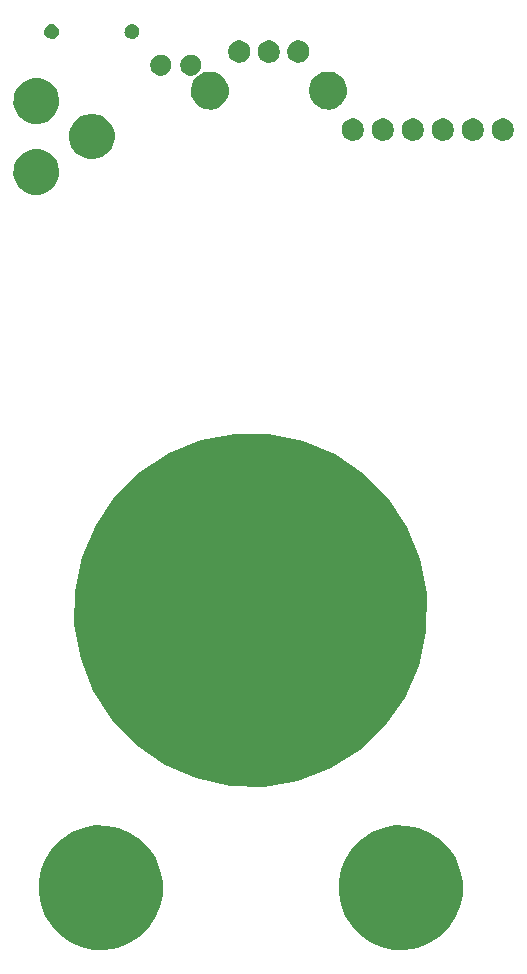
<source format=gbs>
G04 (created by PCBNEW (2013-07-07 BZR 4022)-stable) date 1/16/2014 1:42:04 PM*
%MOIN*%
G04 Gerber Fmt 3.4, Leading zero omitted, Abs format*
%FSLAX34Y34*%
G01*
G70*
G90*
G04 APERTURE LIST*
%ADD10C,0.006*%
G04 APERTURE END LIST*
G54D10*
G36*
X2609Y30814D02*
X2608Y30763D01*
X2596Y30711D01*
X2578Y30672D01*
X2547Y30628D01*
X2516Y30598D01*
X2471Y30569D01*
X2430Y30553D01*
X2377Y30544D01*
X2334Y30545D01*
X2281Y30557D01*
X2242Y30574D01*
X2198Y30605D01*
X2168Y30636D01*
X2138Y30681D01*
X2123Y30721D01*
X2113Y30774D01*
X2113Y30817D01*
X2125Y30870D01*
X2142Y30909D01*
X2172Y30954D01*
X2203Y30984D01*
X2248Y31014D01*
X2288Y31030D01*
X2342Y31040D01*
X2384Y31040D01*
X2438Y31029D01*
X2476Y31012D01*
X2522Y30982D01*
X2552Y30952D01*
X2582Y30906D01*
X2598Y30867D01*
X2609Y30814D01*
X2609Y30814D01*
G37*
G36*
X2609Y28543D02*
X2606Y28377D01*
X2572Y28227D01*
X2514Y28096D01*
X2425Y27970D01*
X2321Y27871D01*
X2191Y27788D01*
X2057Y27737D01*
X1905Y27710D01*
X1761Y27713D01*
X1611Y27746D01*
X1479Y27803D01*
X1352Y27891D01*
X1253Y27994D01*
X1169Y28124D01*
X1117Y28258D01*
X1089Y28410D01*
X1091Y28553D01*
X1123Y28704D01*
X1179Y28836D01*
X1267Y28963D01*
X1369Y29063D01*
X1498Y29148D01*
X1631Y29202D01*
X1783Y29231D01*
X1926Y29230D01*
X2078Y29198D01*
X2209Y29143D01*
X2338Y29056D01*
X2438Y28955D01*
X2524Y28826D01*
X2579Y28694D01*
X2609Y28543D01*
X2609Y28543D01*
G37*
G36*
X2609Y26180D02*
X2606Y26015D01*
X2572Y25865D01*
X2514Y25734D01*
X2425Y25608D01*
X2321Y25509D01*
X2191Y25426D01*
X2057Y25374D01*
X1905Y25348D01*
X1761Y25351D01*
X1611Y25384D01*
X1479Y25441D01*
X1352Y25529D01*
X1253Y25632D01*
X1169Y25762D01*
X1117Y25895D01*
X1089Y26048D01*
X1091Y26191D01*
X1123Y26342D01*
X1179Y26473D01*
X1267Y26601D01*
X1369Y26701D01*
X1498Y26786D01*
X1631Y26839D01*
X1783Y26869D01*
X1926Y26868D01*
X2078Y26836D01*
X2209Y26781D01*
X2338Y26694D01*
X2438Y26593D01*
X2524Y26464D01*
X2579Y26332D01*
X2609Y26180D01*
X2609Y26180D01*
G37*
G36*
X4459Y27361D02*
X4457Y27196D01*
X4423Y27046D01*
X4364Y26915D01*
X4275Y26789D01*
X4171Y26690D01*
X4041Y26607D01*
X3907Y26555D01*
X3755Y26529D01*
X3612Y26532D01*
X3461Y26565D01*
X3330Y26622D01*
X3203Y26710D01*
X3103Y26813D01*
X3020Y26943D01*
X2967Y27076D01*
X2939Y27229D01*
X2941Y27372D01*
X2973Y27523D01*
X3029Y27654D01*
X3117Y27782D01*
X3219Y27882D01*
X3349Y27967D01*
X3481Y28021D01*
X3634Y28050D01*
X3776Y28049D01*
X3928Y28017D01*
X4060Y27962D01*
X4188Y27875D01*
X4289Y27774D01*
X4375Y27645D01*
X4429Y27513D01*
X4459Y27361D01*
X4459Y27361D01*
G37*
G36*
X5286Y30814D02*
X5285Y30763D01*
X5273Y30711D01*
X5256Y30672D01*
X5225Y30628D01*
X5193Y30598D01*
X5148Y30569D01*
X5108Y30553D01*
X5054Y30544D01*
X5011Y30545D01*
X4959Y30557D01*
X4919Y30574D01*
X4875Y30605D01*
X4845Y30636D01*
X4816Y30681D01*
X4800Y30721D01*
X4790Y30774D01*
X4791Y30817D01*
X4802Y30870D01*
X4819Y30909D01*
X4850Y30954D01*
X4880Y30984D01*
X4926Y31014D01*
X4965Y31030D01*
X5019Y31040D01*
X5061Y31040D01*
X5115Y31029D01*
X5153Y31012D01*
X5199Y30982D01*
X5229Y30952D01*
X5259Y30906D01*
X5275Y30867D01*
X5286Y30814D01*
X5286Y30814D01*
G37*
G36*
X6070Y2450D02*
X6064Y1991D01*
X5973Y1590D01*
X5810Y1224D01*
X5573Y888D01*
X5282Y612D01*
X4935Y391D01*
X4561Y247D01*
X4156Y175D01*
X3756Y184D01*
X3354Y272D01*
X2987Y432D01*
X2649Y667D01*
X2371Y955D01*
X2148Y1301D01*
X2001Y1673D01*
X1926Y2078D01*
X1932Y2478D01*
X2017Y2881D01*
X2175Y3249D01*
X2408Y3589D01*
X2694Y3869D01*
X3038Y4095D01*
X3409Y4244D01*
X3814Y4322D01*
X4214Y4319D01*
X4618Y4236D01*
X4986Y4081D01*
X5328Y3850D01*
X5610Y3567D01*
X5838Y3223D01*
X5990Y2854D01*
X6070Y2450D01*
X6070Y2450D01*
G37*
G36*
X6350Y29701D02*
X6349Y29628D01*
X6333Y29556D01*
X6307Y29498D01*
X6264Y29438D01*
X6218Y29394D01*
X6156Y29354D01*
X6097Y29331D01*
X6024Y29318D01*
X5961Y29320D01*
X5888Y29336D01*
X5830Y29361D01*
X5769Y29403D01*
X5725Y29449D01*
X5685Y29511D01*
X5662Y29570D01*
X5648Y29643D01*
X5649Y29706D01*
X5665Y29779D01*
X5690Y29836D01*
X5732Y29898D01*
X5777Y29942D01*
X5839Y29983D01*
X5897Y30006D01*
X5971Y30020D01*
X6033Y30020D01*
X6107Y30005D01*
X6164Y29981D01*
X6226Y29939D01*
X6270Y29895D01*
X6312Y29832D01*
X6336Y29774D01*
X6350Y29701D01*
X6350Y29701D01*
G37*
G36*
X7350Y29701D02*
X7349Y29628D01*
X7333Y29556D01*
X7307Y29498D01*
X7264Y29438D01*
X7218Y29394D01*
X7156Y29354D01*
X7097Y29331D01*
X7024Y29318D01*
X6961Y29320D01*
X6888Y29336D01*
X6830Y29361D01*
X6769Y29403D01*
X6725Y29449D01*
X6685Y29511D01*
X6662Y29570D01*
X6648Y29643D01*
X6649Y29706D01*
X6665Y29779D01*
X6690Y29836D01*
X6732Y29898D01*
X6777Y29942D01*
X6839Y29983D01*
X6897Y30006D01*
X6971Y30020D01*
X7033Y30020D01*
X7107Y30005D01*
X7164Y29981D01*
X7226Y29939D01*
X7270Y29895D01*
X7312Y29832D01*
X7336Y29774D01*
X7350Y29701D01*
X7350Y29701D01*
G37*
G36*
X8260Y28879D02*
X8258Y28743D01*
X8230Y28617D01*
X8181Y28509D01*
X8107Y28404D01*
X8021Y28322D01*
X7913Y28253D01*
X7802Y28210D01*
X7675Y28188D01*
X7557Y28190D01*
X7431Y28218D01*
X7323Y28265D01*
X7217Y28339D01*
X7135Y28424D01*
X7065Y28533D01*
X7021Y28642D01*
X6998Y28769D01*
X7000Y28887D01*
X7027Y29014D01*
X7073Y29122D01*
X7146Y29229D01*
X7230Y29311D01*
X7339Y29382D01*
X7448Y29426D01*
X7575Y29451D01*
X7693Y29450D01*
X7820Y29424D01*
X7928Y29378D01*
X8036Y29305D01*
X8118Y29222D01*
X8190Y29114D01*
X8235Y29006D01*
X8260Y28879D01*
X8260Y28879D01*
G37*
G36*
X8985Y30153D02*
X8984Y30075D01*
X8967Y30000D01*
X8939Y29938D01*
X8894Y29874D01*
X8846Y29828D01*
X8780Y29786D01*
X8717Y29762D01*
X8640Y29748D01*
X8573Y29750D01*
X8497Y29766D01*
X8435Y29793D01*
X8371Y29838D01*
X8325Y29886D01*
X8282Y29952D01*
X8258Y30014D01*
X8243Y30091D01*
X8244Y30158D01*
X8261Y30235D01*
X8287Y30296D01*
X8331Y30361D01*
X8379Y30408D01*
X8445Y30451D01*
X8506Y30476D01*
X8584Y30490D01*
X8650Y30490D01*
X8728Y30474D01*
X8789Y30448D01*
X8854Y30404D01*
X8901Y30357D01*
X8945Y30291D01*
X8970Y30230D01*
X8985Y30153D01*
X8985Y30153D01*
G37*
G36*
X9970Y30153D02*
X9969Y30075D01*
X9952Y30000D01*
X9924Y29938D01*
X9879Y29874D01*
X9831Y29828D01*
X9765Y29786D01*
X9702Y29762D01*
X9625Y29748D01*
X9558Y29750D01*
X9482Y29766D01*
X9420Y29793D01*
X9356Y29838D01*
X9310Y29886D01*
X9267Y29952D01*
X9243Y30014D01*
X9228Y30091D01*
X9229Y30158D01*
X9246Y30235D01*
X9272Y30296D01*
X9316Y30361D01*
X9364Y30408D01*
X9430Y30451D01*
X9491Y30476D01*
X9569Y30490D01*
X9635Y30490D01*
X9713Y30474D01*
X9774Y30448D01*
X9839Y30404D01*
X9886Y30357D01*
X9930Y30291D01*
X9955Y30230D01*
X9970Y30153D01*
X9970Y30153D01*
G37*
G36*
X10955Y30153D02*
X10954Y30075D01*
X10937Y30000D01*
X10909Y29938D01*
X10864Y29874D01*
X10816Y29828D01*
X10750Y29786D01*
X10687Y29762D01*
X10610Y29748D01*
X10543Y29750D01*
X10467Y29766D01*
X10405Y29793D01*
X10341Y29838D01*
X10295Y29886D01*
X10252Y29952D01*
X10228Y30014D01*
X10213Y30091D01*
X10214Y30158D01*
X10231Y30235D01*
X10257Y30296D01*
X10301Y30361D01*
X10349Y30408D01*
X10415Y30451D01*
X10476Y30476D01*
X10554Y30490D01*
X10620Y30490D01*
X10698Y30474D01*
X10759Y30448D01*
X10824Y30404D01*
X10871Y30357D01*
X10915Y30291D01*
X10940Y30230D01*
X10955Y30153D01*
X10955Y30153D01*
G37*
G36*
X12200Y28879D02*
X12198Y28743D01*
X12170Y28617D01*
X12121Y28509D01*
X12047Y28404D01*
X11961Y28322D01*
X11853Y28253D01*
X11742Y28210D01*
X11615Y28188D01*
X11497Y28190D01*
X11371Y28218D01*
X11263Y28265D01*
X11157Y28339D01*
X11075Y28424D01*
X11005Y28533D01*
X10961Y28642D01*
X10938Y28769D01*
X10940Y28887D01*
X10967Y29014D01*
X11013Y29122D01*
X11086Y29229D01*
X11170Y29311D01*
X11279Y29382D01*
X11388Y29426D01*
X11515Y29451D01*
X11633Y29450D01*
X11760Y29424D01*
X11868Y29378D01*
X11976Y29305D01*
X12058Y29222D01*
X12130Y29114D01*
X12175Y29006D01*
X12200Y28879D01*
X12200Y28879D01*
G37*
G36*
X12770Y27553D02*
X12769Y27475D01*
X12752Y27400D01*
X12724Y27338D01*
X12679Y27274D01*
X12631Y27228D01*
X12565Y27186D01*
X12502Y27162D01*
X12425Y27148D01*
X12358Y27150D01*
X12282Y27166D01*
X12220Y27193D01*
X12156Y27238D01*
X12110Y27286D01*
X12067Y27352D01*
X12043Y27414D01*
X12028Y27491D01*
X12029Y27558D01*
X12046Y27635D01*
X12072Y27696D01*
X12116Y27761D01*
X12164Y27808D01*
X12230Y27851D01*
X12291Y27876D01*
X12369Y27890D01*
X12435Y27890D01*
X12513Y27874D01*
X12574Y27848D01*
X12639Y27804D01*
X12686Y27757D01*
X12730Y27691D01*
X12755Y27630D01*
X12770Y27553D01*
X12770Y27553D01*
G37*
G36*
X13770Y27553D02*
X13769Y27475D01*
X13752Y27400D01*
X13724Y27338D01*
X13679Y27274D01*
X13631Y27228D01*
X13565Y27186D01*
X13502Y27162D01*
X13425Y27148D01*
X13358Y27150D01*
X13282Y27166D01*
X13220Y27193D01*
X13156Y27238D01*
X13110Y27286D01*
X13067Y27352D01*
X13043Y27414D01*
X13028Y27491D01*
X13029Y27558D01*
X13046Y27635D01*
X13072Y27696D01*
X13116Y27761D01*
X13164Y27808D01*
X13230Y27851D01*
X13291Y27876D01*
X13369Y27890D01*
X13435Y27890D01*
X13513Y27874D01*
X13574Y27848D01*
X13639Y27804D01*
X13686Y27757D01*
X13730Y27691D01*
X13755Y27630D01*
X13770Y27553D01*
X13770Y27553D01*
G37*
G36*
X14770Y27553D02*
X14769Y27475D01*
X14752Y27400D01*
X14724Y27338D01*
X14679Y27274D01*
X14631Y27228D01*
X14565Y27186D01*
X14502Y27162D01*
X14425Y27148D01*
X14358Y27150D01*
X14282Y27166D01*
X14220Y27193D01*
X14156Y27238D01*
X14110Y27286D01*
X14067Y27352D01*
X14043Y27414D01*
X14028Y27491D01*
X14029Y27558D01*
X14046Y27635D01*
X14072Y27696D01*
X14116Y27761D01*
X14164Y27808D01*
X14230Y27851D01*
X14291Y27876D01*
X14369Y27890D01*
X14435Y27890D01*
X14513Y27874D01*
X14574Y27848D01*
X14639Y27804D01*
X14686Y27757D01*
X14730Y27691D01*
X14755Y27630D01*
X14770Y27553D01*
X14770Y27553D01*
G37*
G36*
X14870Y12073D02*
X14852Y10763D01*
X14596Y9635D01*
X14130Y8588D01*
X13463Y7643D01*
X12633Y6853D01*
X11657Y6233D01*
X10588Y5819D01*
X9449Y5618D01*
X8304Y5642D01*
X7174Y5890D01*
X6124Y6349D01*
X5174Y7009D01*
X4379Y7833D01*
X3752Y8806D01*
X3330Y9871D01*
X3121Y11009D01*
X3137Y12154D01*
X3378Y13286D01*
X3829Y14339D01*
X4483Y15293D01*
X5301Y16095D01*
X6269Y16728D01*
X7331Y17157D01*
X8468Y17374D01*
X9613Y17366D01*
X10747Y17133D01*
X11802Y16690D01*
X12762Y16042D01*
X13569Y15230D01*
X14209Y14266D01*
X14645Y13208D01*
X14870Y12073D01*
X14870Y12073D01*
G37*
G36*
X15770Y27553D02*
X15769Y27475D01*
X15752Y27400D01*
X15724Y27338D01*
X15679Y27274D01*
X15631Y27228D01*
X15565Y27186D01*
X15502Y27162D01*
X15425Y27148D01*
X15358Y27150D01*
X15282Y27166D01*
X15220Y27193D01*
X15156Y27238D01*
X15110Y27286D01*
X15067Y27352D01*
X15043Y27414D01*
X15028Y27491D01*
X15029Y27558D01*
X15046Y27635D01*
X15072Y27696D01*
X15116Y27761D01*
X15164Y27808D01*
X15230Y27851D01*
X15291Y27876D01*
X15369Y27890D01*
X15435Y27890D01*
X15513Y27874D01*
X15574Y27848D01*
X15639Y27804D01*
X15686Y27757D01*
X15730Y27691D01*
X15755Y27630D01*
X15770Y27553D01*
X15770Y27553D01*
G37*
G36*
X16070Y2450D02*
X16064Y1991D01*
X15973Y1590D01*
X15810Y1224D01*
X15573Y888D01*
X15282Y612D01*
X14935Y391D01*
X14561Y247D01*
X14156Y175D01*
X13756Y184D01*
X13354Y272D01*
X12987Y432D01*
X12649Y667D01*
X12371Y955D01*
X12148Y1301D01*
X12001Y1673D01*
X11926Y2078D01*
X11932Y2478D01*
X12017Y2881D01*
X12175Y3249D01*
X12408Y3589D01*
X12694Y3869D01*
X13038Y4095D01*
X13409Y4244D01*
X13814Y4322D01*
X14214Y4319D01*
X14618Y4236D01*
X14986Y4081D01*
X15328Y3850D01*
X15610Y3567D01*
X15838Y3223D01*
X15990Y2854D01*
X16070Y2450D01*
X16070Y2450D01*
G37*
G36*
X16770Y27553D02*
X16769Y27475D01*
X16752Y27400D01*
X16724Y27338D01*
X16679Y27274D01*
X16631Y27228D01*
X16565Y27186D01*
X16502Y27162D01*
X16425Y27148D01*
X16358Y27150D01*
X16282Y27166D01*
X16220Y27193D01*
X16156Y27238D01*
X16110Y27286D01*
X16067Y27352D01*
X16043Y27414D01*
X16028Y27491D01*
X16029Y27558D01*
X16046Y27635D01*
X16072Y27696D01*
X16116Y27761D01*
X16164Y27808D01*
X16230Y27851D01*
X16291Y27876D01*
X16369Y27890D01*
X16435Y27890D01*
X16513Y27874D01*
X16574Y27848D01*
X16639Y27804D01*
X16686Y27757D01*
X16730Y27691D01*
X16755Y27630D01*
X16770Y27553D01*
X16770Y27553D01*
G37*
G36*
X17770Y27553D02*
X17769Y27475D01*
X17752Y27400D01*
X17724Y27338D01*
X17679Y27274D01*
X17631Y27228D01*
X17565Y27186D01*
X17502Y27162D01*
X17425Y27148D01*
X17358Y27150D01*
X17282Y27166D01*
X17220Y27193D01*
X17156Y27238D01*
X17110Y27286D01*
X17067Y27352D01*
X17043Y27414D01*
X17028Y27491D01*
X17029Y27558D01*
X17046Y27635D01*
X17072Y27696D01*
X17116Y27761D01*
X17164Y27808D01*
X17230Y27851D01*
X17291Y27876D01*
X17369Y27890D01*
X17435Y27890D01*
X17513Y27874D01*
X17574Y27848D01*
X17639Y27804D01*
X17686Y27757D01*
X17730Y27691D01*
X17755Y27630D01*
X17770Y27553D01*
X17770Y27553D01*
G37*
M02*

</source>
